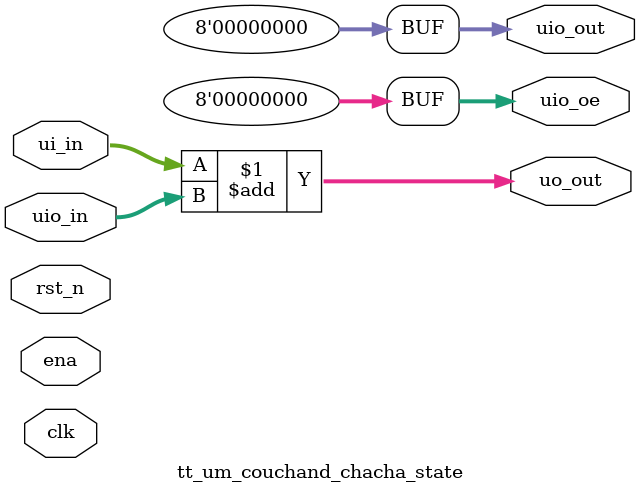
<source format=v>
/*
 * Copyright (c) 2024 Your Name
 * SPDX-License-Identifier: Apache-2.0
 */

`define default_netname none

module tt_um_couchand_chacha_state (
    input  wire [7:0] ui_in,    // Dedicated inputs
    output wire [7:0] uo_out,   // Dedicated outputs
    input  wire [7:0] uio_in,   // IOs: Input path
    output wire [7:0] uio_out,  // IOs: Output path
    output wire [7:0] uio_oe,   // IOs: Enable path (active high: 0=input, 1=output)
    input  wire       ena,      // will go high when the design is enabled
    input  wire       clk,      // clock
    input  wire       rst_n     // reset_n - low to reset
);

  // All output pins must be assigned. If not used, assign to 0.
  assign uo_out  = ui_in + uio_in;  // Example: ou_out is the sum of ui_in and uio_in
  assign uio_out = 0;
  assign uio_oe  = 0;

endmodule

</source>
